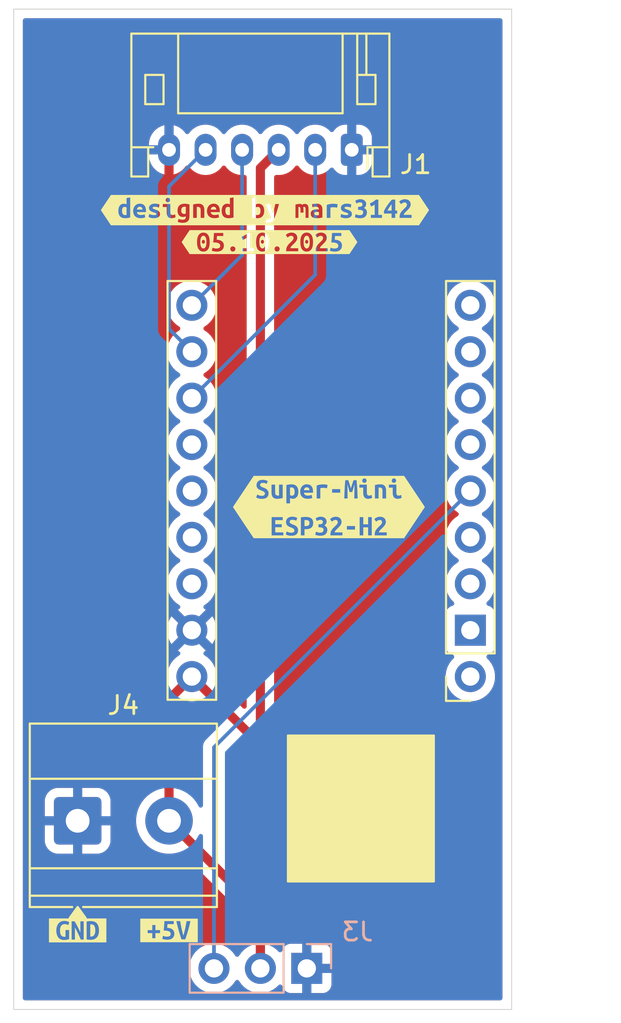
<source format=kicad_pcb>
(kicad_pcb (version 20241229) (generator "pcbnew") (generator_version "9.0")
  (title_block (title "Beacon Lighthouse") (company "Peter Siegmund") (comment 1 "kicad@mars3142.org") (comment 2 "https://wiki.mars3142.dev/project/maerklin/warnemuende/lighthouse/start"))
  (layers (0 "F.Cu" signal) (2 "B.Cu" signal) (13 "F.Paste" user) (15 "B.Paste" user) (5 "F.SilkS" user "F.Silkscreen") (7 "B.SilkS" user "B.Silkscreen") (1 "F.Mask" user) (3 "B.Mask" user) (25 "Edge.Cuts" user))
  (net 0 "")
  (net 1 "+5V")
  (net 2 "OUTDOOR_L")
  (net 3 "IO")
  (net 4 "OUTDOOR_R")
  (net 15 "GND")
  (net 17 "BEACON")
  (footprint "Connector_JST:JST_PH_S6B-PH-K_1x06_P2.00mm_Horizontal" (layer "F.Cu") (at 107 49.95 180)
    (property "Reference" "J1" (at -3.5 -0.8 180) (layer "F.SilkS"))
    (property "Value" "Light")
    (pad "1" thru_hole roundrect (at 0 0 180) (size 1.2 1.75) (drill 0.75) (layers "*.Cu" "*.Mask") (roundrect_rratio 0.208333) (net 15 "GND"))
    (pad "2" thru_hole oval (at 2 0 180) (size 1.2 1.75) (drill 0.75) (layers "*.Cu" "*.Mask") (net 2 "OUTDOOR_L"))
    (pad "3" thru_hole oval (at 4 0 180) (size 1.2 1.75) (drill 0.75) (layers "*.Cu" "*.Mask") (net 1 "+5V"))
    (pad "4" thru_hole oval (at 6 0 180) (size 1.2 1.75) (drill 0.75) (layers "*.Cu" "*.Mask") (net 17 "BEACON"))
    (pad "5" thru_hole oval (at 8 0 180) (size 1.2 1.75) (drill 0.75) (layers "*.Cu" "*.Mask") (net 4 "OUTDOOR_R"))
    (pad "6" thru_hole oval (at 10 0 180) (size 1.2 1.75) (drill 0.75) (layers "*.Cu" "*.Mask") (net 15 "GND"))
  )
  (footprint "kibuzzard-6876C573" (layer "F.Cu") (at 102.25 53.25)
    (property "Reference" "kibuzzard-6876C573" (hide yes))
    (property "Value" "G***" (hide yes))
  )
  (footprint "kibuzzard-6876C010" (layer "F.Cu") (at 92 92.6725)
    (property "Reference" "kibuzzard-6876C010" (hide yes))
    (property "Value" "G***" (hide yes))
  )
  (footprint "kibuzzard-689F9361" (layer "F.Cu") (at 105.75 69.5)
    (property "Reference" "kibuzzard-689F9361" (hide yes))
    (property "Value" "G***" (hide yes))
  )
  (footprint "kibuzzard-6876C4C3" (layer "F.Cu") (at 102.5 55)
    (property "Reference" "kibuzzard-6876C4C3" (hide yes))
    (property "Value" "G***" (hide yes))
  )
  (footprint "TerminalBlock_Phoenix:TerminalBlock_Phoenix_MKDS-1,5-2_1x02_P5.00mm_Horizontal" (layer "F.Cu") (at 92 86.6725)
    (property "Reference" "J4" (at 2.5 -6.32 0) (layer "F.SilkS"))
    (property "Value" "Input")
    (pad "1" thru_hole roundrect (at 0 0) (size 2.6 2.6) (drill 1.3) (layers "*.Cu" "*.Mask") (roundrect_rratio 0.096154) (net 15 "GND"))
    (pad "2" thru_hole circle (at 5 0) (size 2.6 2.6) (drill 1.3) (layers "*.Cu" "*.Mask") (net 1 "+5V"))
  )
  (footprint "wemos:PinSocket_S3 Zero" (layer "F.Cu") (at 105.87 68.62 180)
    (property "Reference" "J2" (hide yes))
    (property "Value" "Conn_ESP32-H2_Super-Mini_-_Pins_only")
    (pad "1" thru_hole circle (at -7.62 -10.16 180) (size 1.7 1.7) (drill 1) (layers "*.Cu" "*.Mask"))
    (pad "2" thru_hole rect (at -7.62 -7.62 180) (size 1.7 1.7) (drill 1) (layers "*.Cu" "*.Mask"))
    (pad "3" thru_hole circle (at -7.62 -5.08 180) (size 1.7 1.7) (drill 1) (layers "*.Cu" "*.Mask"))
    (pad "4" thru_hole circle (at -7.62 -2.54 180) (size 1.7 1.7) (drill 1) (layers "*.Cu" "*.Mask"))
    (pad "5" thru_hole circle (at -7.62 0 180) (size 1.7 1.7) (drill 1) (layers "*.Cu" "*.Mask") (net 3 "IO"))
    (pad "6" thru_hole circle (at -7.62 2.54 180) (size 1.7 1.7) (drill 1) (layers "*.Cu" "*.Mask"))
    (pad "7" thru_hole circle (at -7.62 5.08 180) (size 1.7 1.7) (drill 1) (layers "*.Cu" "*.Mask"))
    (pad "8" thru_hole circle (at -7.62 7.62 180) (size 1.7 1.7) (drill 1) (layers "*.Cu" "*.Mask"))
    (pad "9" thru_hole circle (at -7.62 10.16 180) (size 1.7 1.7) (drill 1) (layers "*.Cu" "*.Mask"))
    (pad "10" thru_hole circle (at 7.62 -10.16 180) (size 1.7 1.7) (drill 1) (layers "*.Cu" "*.Mask") (net 1 "+5V"))
    (pad "11" thru_hole circle (at 7.62 -7.62 180) (size 1.7 1.7) (drill 1) (layers "*.Cu" "*.Mask") (net 15 "GND"))
    (pad "12" thru_hole circle (at 7.62 -5.08 180) (size 1.7 1.7) (drill 1) (layers "*.Cu" "*.Mask"))
    (pad "13" thru_hole circle (at 7.62 -2.54 180) (size 1.7 1.7) (drill 1) (layers "*.Cu" "*.Mask"))
    (pad "14" thru_hole circle (at 7.62 0 180) (size 1.7 1.7) (drill 1) (layers "*.Cu" "*.Mask"))
    (pad "15" thru_hole circle (at 7.62 2.54 180) (size 1.7 1.7) (drill 1) (layers "*.Cu" "*.Mask"))
    (pad "16" thru_hole circle (at 7.62 5.08 180) (size 1.7 1.7) (drill 1) (layers "*.Cu" "*.Mask") (net 2 "OUTDOOR_L"))
    (pad "17" thru_hole circle (at 7.62 7.62 180) (size 1.7 1.7) (drill 1) (layers "*.Cu" "*.Mask") (net 4 "OUTDOOR_R"))
    (pad "18" thru_hole circle (at 7.62 10.16 180) (size 1.7 1.7) (drill 1) (layers "*.Cu" "*.Mask") (net 17 "BEACON"))
  )
  (footprint "kibuzzard-6876C026" (layer "F.Cu") (at 97 92.6725)
    (property "Reference" "kibuzzard-6876C026" (hide yes))
    (property "Value" "G***" (hide yes))
  )
  (footprint "Connector_PinSocket_2.54mm:PinSocket_1x03_P2.54mm_Vertical" (layer "B.Cu") (at 104.54 94.75 90)
    (property "Reference" "J3" (at 2 2.77 0) (layer "B.SilkS") (effects (justify mirror)))
    (property "Value" "Touch")
    (pad "1" thru_hole rect (at 0 0 90) (size 1.7 1.7) (drill 1) (layers "*.Cu" "*.Mask") (net 15 "GND"))
    (pad "2" thru_hole circle (at 0 -2.54 90) (size 1.7 1.7) (drill 1) (layers "*.Cu" "*.Mask") (net 1 "+5V"))
    (pad "3" thru_hole circle (at 0 -5.08 90) (size 1.7 1.7) (drill 1) (layers "*.Cu" "*.Mask") (net 3 "IO"))
  )
  (gr_rect (start 103.5 82) (end 111.5 90) (stroke (width 0.1)) (fill yes) (layer "F.SilkS"))
  (gr_rect (start 88.5 42.25) (end 115.75 97) (stroke (width 0.05)) (fill no) (layer "Edge.Cuts"))
  (segment (start 97 86.6725) (end 102 91.6725) (width 0.5) (layer "F.Cu") (net 1))
  (segment (start 98.25 78.78) (end 102 82.53) (width 0.5) (layer "F.Cu") (net 1))
  (segment (start 97 80.03) (end 97 86.6725) (width 0.5) (layer "F.Cu") (net 1))
  (segment (start 102 83.75) (end 102 94.75) (width 0.5) (layer "F.Cu") (net 1))
  (segment (start 102 82.53) (end 102 83.75) (width 0.5) (layer "F.Cu") (net 1))
  (segment (start 102 50.95) (end 102 83.75) (width 0.5) (layer "F.Cu") (net 1))
  (segment (start 103 49.95) (end 102 50.95) (width 0.5) (layer "F.Cu") (net 1))
  (segment (start 102 91.6725) (end 102 94.75) (width 0.5) (layer "F.Cu") (net 1))
  (segment (start 98.25 78.78) (end 97 80.03) (width 0.5) (layer "F.Cu") (net 1))
  (segment (start 105 49.95) (end 105 56.79) (width 0.2) (layer "B.Cu") (net 2))
  (segment (start 105 56.79) (end 98.25 63.54) (width 0.2) (layer "B.Cu") (net 2))
  (segment (start 99.46 94.54) (end 99.5 94.5) (width 0.2) (layer "B.Cu") (net 3))
  (segment (start 99.46 82.65) (end 99.46 94.75) (width 0.2) (layer "B.Cu") (net 3))
  (segment (start 113.49 68.62) (end 99.46 82.65) (width 0.2) (layer "B.Cu") (net 3))
  (segment (start 97 51.95) (end 97 59.75) (width 0.2) (layer "B.Cu") (net 4))
  (segment (start 97 59.75) (end 98.25 61) (width 0.2) (layer "B.Cu") (net 4))
  (segment (start 99 49.95) (end 97 51.95) (width 0.2) (layer "B.Cu") (net 4))
  (segment (start 101 49.95) (end 101 55.71) (width 0.2) (layer "B.Cu") (net 17))
  (segment (start 101 55.71) (end 98.25 58.46) (width 0.2) (layer "B.Cu") (net 17))
  (zone (net 15) (net_name "GND") (layers "F.Cu" "B.Cu") (connect_pads (clearance 0.5)) (min_thickness 0.25) (fill yes (thermal_gap 0.5) (thermal_bridge_width 0.5))
    (polygon (pts (xy 116.5 41.75) (xy 87.75 41.75) (xy 87.75 97.75) (xy 116.5 97.75)))
  )
)
</source>
